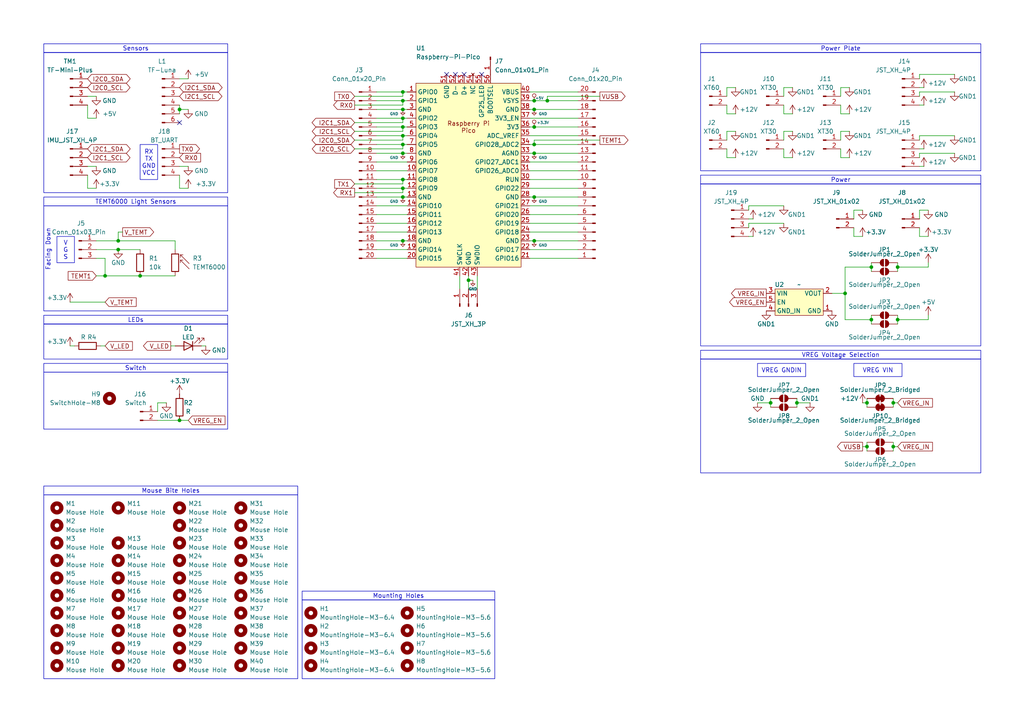
<source format=kicad_sch>
(kicad_sch (version 20231120) (generator "eeschema") (generator_version "8.0")
  (paper "A4")
  (title_block (title "Prototype") (date "2024-05-20") (rev "1.0") (company "Yikun Zhou") (comment 1 "RoboCupJunior Soccer Open - gloves"))
  (junction (at 154.94 41.91))
  (junction (at 30.48 80.01))
  (junction (at 259.08 116.84))
  (junction (at 251.46 129.54))
  (junction (at 135.89 81.28))
  (junction (at 34.29 72.39))
  (junction (at 158.75 29.21))
  (junction (at 154.94 31.75))
  (junction (at 154.94 69.85))
  (junction (at 154.94 57.15))
  (junction (at 116.84 31.75))
  (junction (at 245.11 85.09))
  (junction (at 252.73 92.71))
  (junction (at 116.84 69.85))
  (junction (at 116.84 29.21))
  (junction (at 154.94 29.21))
  (junction (at 116.84 39.37))
  (junction (at 260.35 92.71))
  (junction (at 251.46 116.84))
  (junction (at 259.08 129.54))
  (junction (at 116.84 34.29))
  (junction (at 52.07 31.75))
  (junction (at 223.52 116.84))
  (junction (at 116.84 36.83))
  (junction (at 34.29 69.85))
  (junction (at 154.94 36.83))
  (junction (at 116.84 52.07))
  (junction (at 40.64 80.01))
  (junction (at 116.84 41.91))
  (junction (at 231.14 116.84))
  (junction (at 260.35 77.47))
  (junction (at 116.84 54.61))
  (junction (at 116.84 57.15))
  (junction (at 52.07 121.92))
  (junction (at 252.73 77.47))
  (junction (at 116.84 26.67))
  (junction (at 116.84 44.45))
  (junction (at 154.94 44.45))
  (no_connect (at 132.08 21.59))
  (no_connect (at 52.07 35.56))
  (no_connect (at 134.62 21.59))
  (no_connect (at 139.7 21.59))
  (no_connect (at 129.54 21.59))
  (wire (pts (xy 154.94 69.85) (xy 167.64 69.85)))
  (wire (pts (xy 153.67 49.53) (xy 167.64 49.53)))
  (wire (pts (xy 34.29 69.85) (xy 50.8 69.85)))
  (wire (pts (xy 40.64 80.01) (xy 50.8 80.01)))
  (wire (pts (xy 154.94 36.83) (xy 167.64 36.83)))
  (wire (pts (xy 153.67 69.85) (xy 154.94 69.85)))
  (wire (pts (xy 154.94 41.91) (xy 167.64 41.91)))
  (wire (pts (xy 109.22 52.07) (xy 116.84 52.07)))
  (wire (pts (xy 167.64 62.23) (xy 153.67 62.23)))
  (wire (pts (xy 252.73 76.2) (xy 252.73 77.47)))
  (wire (pts (xy 245.11 85.09) (xy 245.11 92.71)))
  (wire (pts (xy 116.84 35.56) (xy 116.84 34.29)))
  (wire (pts (xy 260.35 91.44) (xy 260.35 92.71)))
  (wire (pts (xy 210.82 38.1) (xy 213.36 38.1)))
  (wire (pts (xy 245.11 77.47) (xy 252.73 77.47)))
  (wire (pts (xy 45.72 116.84) (xy 48.26 116.84)))
  (wire (pts (xy 267.97 43.18) (xy 266.7 43.18)))
  (wire (pts (xy 34.29 72.39) (xy 40.64 72.39)))
  (wire (pts (xy 252.73 92.71) (xy 245.11 92.71)))
  (wire (pts (xy 102.87 30.48) (xy 116.84 30.48)))
  (wire (pts (xy 116.84 36.83) (xy 118.11 36.83)))
  (wire (pts (xy 210.82 27.94) (xy 210.82 25.4)))
  (wire (pts (xy 109.22 69.85) (xy 116.84 69.85)))
  (wire (pts (xy 229.87 45.72) (xy 227.33 45.72)))
  (wire (pts (xy 116.84 27.94) (xy 116.84 26.67)))
  (wire (pts (xy 251.46 128.27) (xy 251.46 129.54)))
  (wire (pts (xy 154.94 41.91) (xy 154.94 40.64)))
  (wire (pts (xy 167.64 67.31) (xy 153.67 67.31)))
  (wire (pts (xy 116.84 52.07) (xy 118.11 52.07)))
  (wire (pts (xy 109.22 26.67) (xy 116.84 26.67)))
  (wire (pts (xy 50.8 69.85) (xy 50.8 72.39)))
  (wire (pts (xy 231.14 116.84) (xy 231.14 115.57)))
  (wire (pts (xy 259.08 116.84) (xy 259.08 115.57)))
  (wire (pts (xy 251.46 129.54) (xy 251.46 130.81)))
  (wire (pts (xy 109.22 72.39) (xy 118.11 72.39)))
  (wire (pts (xy 243.84 38.1) (xy 246.38 38.1)))
  (wire (pts (xy 266.7 22.86) (xy 266.7 21.59)))
  (wire (pts (xy 154.94 29.21) (xy 158.75 29.21)))
  (wire (pts (xy 251.46 115.57) (xy 251.46 116.84)))
  (wire (pts (xy 252.73 77.47) (xy 252.73 78.74)))
  (wire (pts (xy 116.84 53.34) (xy 116.84 52.07)))
  (wire (pts (xy 109.22 39.37) (xy 116.84 39.37)))
  (wire (pts (xy 133.35 80.01) (xy 133.35 83.82)))
  (wire (pts (xy 243.84 25.4) (xy 246.38 25.4)))
  (wire (pts (xy 167.64 59.69) (xy 153.67 59.69)))
  (wire (pts (xy 34.29 67.31) (xy 34.29 69.85)))
  (wire (pts (xy 218.44 63.5) (xy 217.17 63.5)))
  (wire (pts (xy 34.29 67.31) (xy 35.56 67.31)))
  (wire (pts (xy 243.84 33.02) (xy 243.84 30.48)))
  (wire (pts (xy 102.87 38.1) (xy 116.84 38.1)))
  (wire (pts (xy 109.22 64.77) (xy 118.11 64.77)))
  (wire (pts (xy 247.65 60.96) (xy 250.19 60.96)))
  (wire (pts (xy 29.21 100.33) (xy 30.48 100.33)))
  (wire (pts (xy 138.43 80.01) (xy 138.43 83.82)))
  (wire (pts (xy 227.33 40.64) (xy 227.33 38.1)))
  (wire (pts (xy 227.33 27.94) (xy 227.33 25.4)))
  (wire (pts (xy 116.84 26.67) (xy 118.11 26.67)))
  (wire (pts (xy 153.67 41.91) (xy 154.94 41.91)))
  (wire (pts (xy 116.84 43.18) (xy 116.84 41.91)))
  (wire (pts (xy 234.95 116.84) (xy 231.14 116.84)))
  (wire (pts (xy 246.38 33.02) (xy 243.84 33.02)))
  (wire (pts (xy 52.07 31.75) (xy 52.07 30.48)))
  (wire (pts (xy 25.4 34.29) (xy 27.94 34.29)))
  (wire (pts (xy 25.4 27.94) (xy 27.94 27.94)))
  (wire (pts (xy 30.48 80.01) (xy 40.64 80.01)))
  (wire (pts (xy 116.84 30.48) (xy 116.84 29.21)))
  (wire (pts (xy 167.64 52.07) (xy 153.67 52.07)))
  (wire (pts (xy 116.84 40.64) (xy 116.84 39.37)))
  (wire (pts (xy 223.52 116.84) (xy 223.52 118.11)))
  (wire (pts (xy 27.94 72.39) (xy 34.29 72.39)))
  (wire (pts (xy 245.11 77.47) (xy 245.11 85.09)))
  (wire (pts (xy 217.17 60.96) (xy 217.17 59.69)))
  (wire (pts (xy 266.7 40.64) (xy 266.7 39.37)))
  (wire (pts (xy 153.67 44.45) (xy 154.94 44.45)))
  (wire (pts (xy 109.22 57.15) (xy 116.84 57.15)))
  (wire (pts (xy 227.33 45.72) (xy 227.33 43.18)))
  (wire (pts (xy 153.67 46.99) (xy 167.64 46.99)))
  (wire (pts (xy 116.84 54.61) (xy 118.11 54.61)))
  (wire (pts (xy 109.22 54.61) (xy 116.84 54.61)))
  (wire (pts (xy 266.7 30.48) (xy 267.97 30.48)))
  (wire (pts (xy 167.64 31.75) (xy 154.94 31.75)))
  (wire (pts (xy 167.64 54.61) (xy 153.67 54.61)))
  (wire (pts (xy 21.59 100.33) (xy 20.32 100.33)))
  (wire (pts (xy 217.17 59.69) (xy 227.33 59.69)))
  (wire (pts (xy 102.87 40.64) (xy 116.84 40.64)))
  (wire (pts (xy 243.84 43.18) (xy 243.84 45.72)))
  (wire (pts (xy 269.24 68.58) (xy 266.7 68.58)))
  (wire (pts (xy 52.07 48.26) (xy 54.61 48.26)))
  (wire (pts (xy 227.33 33.02) (xy 227.33 30.48)))
  (wire (pts (xy 210.82 40.64) (xy 210.82 38.1)))
  (wire (pts (xy 260.35 92.71) (xy 260.35 93.98)))
  (wire (pts (xy 109.22 36.83) (xy 116.84 36.83)))
  (wire (pts (xy 116.84 44.45) (xy 118.11 44.45)))
  (wire (pts (xy 52.07 31.75) (xy 54.61 31.75)))
  (wire (pts (xy 116.84 41.91) (xy 118.11 41.91)))
  (wire (pts (xy 243.84 45.72) (xy 246.38 45.72)))
  (wire (pts (xy 266.7 26.67) (xy 266.7 27.94)))
  (wire (pts (xy 219.71 116.84) (xy 223.52 116.84)))
  (wire (pts (xy 167.64 26.67) (xy 153.67 26.67)))
  (wire (pts (xy 52.07 121.92) (xy 45.72 121.92)))
  (wire (pts (xy 260.35 129.54) (xy 259.08 129.54)))
  (wire (pts (xy 54.61 54.61) (xy 52.07 54.61)))
  (wire (pts (xy 154.94 31.75) (xy 153.67 31.75)))
  (wire (pts (xy 109.22 31.75) (xy 116.84 31.75)))
  (wire (pts (xy 27.94 69.85) (xy 34.29 69.85)))
  (wire (pts (xy 116.84 34.29) (xy 118.11 34.29)))
  (wire (pts (xy 269.24 77.47) (xy 269.24 76.2)))
  (wire (pts (xy 167.64 72.39) (xy 153.67 72.39)))
  (wire (pts (xy 269.24 92.71) (xy 269.24 91.44)))
  (wire (pts (xy 109.22 49.53) (xy 118.11 49.53)))
  (wire (pts (xy 251.46 116.84) (xy 251.46 118.11)))
  (wire (pts (xy 266.7 60.96) (xy 269.24 60.96)))
  (wire (pts (xy 210.82 45.72) (xy 210.82 43.18)))
  (wire (pts (xy 102.87 27.94) (xy 116.84 27.94)))
  (wire (pts (xy 260.35 92.71) (xy 269.24 92.71)))
  (wire (pts (xy 167.64 34.29) (xy 153.67 34.29)))
  (wire (pts (xy 259.08 130.81) (xy 259.08 129.54)))
  (wire (pts (xy 109.22 67.31) (xy 118.11 67.31)))
  (wire (pts (xy 217.17 64.77) (xy 217.17 66.04)))
  (wire (pts (xy 109.22 59.69) (xy 118.11 59.69)))
  (wire (pts (xy 45.72 119.38) (xy 45.72 116.84)))
  (wire (pts (xy 109.22 46.99) (xy 118.11 46.99)))
  (wire (pts (xy 167.64 64.77) (xy 153.67 64.77)))
  (wire (pts (xy 158.75 27.94) (xy 158.75 29.21)))
  (wire (pts (xy 135.89 80.01) (xy 135.89 81.28)))
  (wire (pts (xy 116.84 69.85) (xy 118.11 69.85)))
  (wire (pts (xy 116.84 57.15) (xy 118.11 57.15)))
  (wire (pts (xy 260.35 77.47) (xy 260.35 78.74)))
  (wire (pts (xy 102.87 43.18) (xy 116.84 43.18)))
  (wire (pts (xy 267.97 25.4) (xy 266.7 25.4)))
  (wire (pts (xy 116.84 29.21) (xy 118.11 29.21)))
  (wire (pts (xy 223.52 115.57) (xy 223.52 116.84)))
  (wire (pts (xy 135.89 81.28) (xy 137.16 81.28)))
  (wire (pts (xy 231.14 118.11) (xy 231.14 116.84)))
  (wire (pts (xy 30.48 74.93) (xy 30.48 80.01)))
  (wire (pts (xy 259.08 118.11) (xy 259.08 116.84)))
  (wire (pts (xy 266.7 68.58) (xy 266.7 66.04)))
  (wire (pts (xy 154.94 44.45) (xy 167.64 44.45)))
  (wire (pts (xy 109.22 34.29) (xy 116.84 34.29)))
  (wire (pts (xy 260.35 116.84) (xy 259.08 116.84)))
  (wire (pts (xy 30.48 74.93) (xy 27.94 74.93)))
  (wire (pts (xy 266.7 21.59) (xy 276.86 21.59)))
  (wire (pts (xy 154.94 40.64) (xy 173.99 40.64)))
  (wire (pts (xy 158.75 29.21) (xy 167.64 29.21)))
  (wire (pts (xy 116.84 55.88) (xy 116.84 54.61)))
  (wire (pts (xy 266.7 44.45) (xy 266.7 45.72)))
  (wire (pts (xy 109.22 41.91) (xy 116.84 41.91)))
  (wire (pts (xy 102.87 35.56) (xy 116.84 35.56)))
  (wire (pts (xy 102.87 55.88) (xy 116.84 55.88)))
  (wire (pts (xy 153.67 29.21) (xy 154.94 29.21)))
  (wire (pts (xy 266.7 39.37) (xy 276.86 39.37)))
  (wire (pts (xy 247.65 68.58) (xy 247.65 66.04)))
  (wire (pts (xy 52.07 54.61) (xy 52.07 50.8)))
  (wire (pts (xy 52.07 22.86) (xy 54.61 22.86)))
  (wire (pts (xy 227.33 25.4) (xy 229.87 25.4)))
  (wire (pts (xy 252.73 92.71) (xy 252.73 93.98)))
  (wire (pts (xy 116.84 38.1) (xy 116.84 36.83)))
  (wire (pts (xy 109.22 62.23) (xy 118.11 62.23)))
  (wire (pts (xy 250.19 129.54) (xy 251.46 129.54)))
  (wire (pts (xy 167.64 39.37) (xy 153.67 39.37)))
  (wire (pts (xy 116.84 31.75) (xy 118.11 31.75)))
  (wire (pts (xy 213.36 33.02) (xy 210.82 33.02)))
  (wire (pts (xy 25.4 48.26) (xy 27.94 48.26)))
  (wire (pts (xy 54.61 121.92) (xy 52.07 121.92)))
  (wire (pts (xy 243.84 27.94) (xy 243.84 25.4)))
  (wire (pts (xy 27.94 80.01) (xy 30.48 80.01)))
  (wire (pts (xy 167.64 74.93) (xy 153.67 74.93)))
  (wire (pts (xy 109.22 74.93) (xy 118.11 74.93)))
  (wire (pts (xy 210.82 33.02) (xy 210.82 30.48)))
  (wire (pts (xy 266.7 60.96) (xy 266.7 63.5)))
  (wire (pts (xy 243.84 40.64) (xy 243.84 38.1)))
  (wire (pts (xy 25.4 34.29) (xy 25.4 30.48)))
  (wire (pts (xy 241.3 85.09) (xy 245.11 85.09)))
  (wire (pts (xy 102.87 53.34) (xy 116.84 53.34)))
  (wire (pts (xy 25.4 54.61) (xy 25.4 50.8)))
  (wire (pts (xy 173.99 27.94) (xy 158.75 27.94)))
  (wire (pts (xy 259.08 129.54) (xy 259.08 128.27)))
  (wire (pts (xy 116.84 39.37) (xy 118.11 39.37)))
  (wire (pts (xy 210.82 25.4) (xy 213.36 25.4)))
  (wire (pts (xy 213.36 45.72) (xy 210.82 45.72)))
  (wire (pts (xy 49.53 100.33) (xy 50.8 100.33)))
  (wire (pts (xy 252.73 91.44) (xy 252.73 92.71)))
  (wire (pts (xy 25.4 54.61) (xy 27.94 54.61)))
  (wire (pts (xy 229.87 33.02) (xy 227.33 33.02)))
  (wire (pts (xy 266.7 26.67) (xy 276.86 26.67)))
  (wire (pts (xy 227.33 38.1) (xy 229.87 38.1)))
  (wire (pts (xy 266.7 48.26) (xy 267.97 48.26)))
  (wire (pts (xy 109.22 29.21) (xy 116.84 29.21)))
  (wire (pts (xy 266.7 44.45) (xy 276.86 44.45)))
  (wire (pts (xy 109.22 44.45) (xy 116.84 44.45)))
  (wire (pts (xy 59.69 100.33) (xy 58.42 100.33)))
  (wire (pts (xy 52.07 33.02) (xy 52.07 31.75)))
  (wire (pts (xy 217.17 68.58) (xy 218.44 68.58)))
  (wire (pts (xy 154.94 36.83) (xy 153.67 36.83)))
  (wire (pts (xy 247.65 60.96) (xy 247.65 63.5)))
  (wire (pts (xy 154.94 57.15) (xy 153.67 57.15)))
  (wire (pts (xy 217.17 64.77) (xy 227.33 64.77)))
  (wire (pts (xy 260.35 76.2) (xy 260.35 77.47)))
  (wire (pts (xy 167.64 57.15) (xy 154.94 57.15)))
  (wire (pts (xy 135.89 81.28) (xy 135.89 83.82)))
  (wire (pts (xy 20.32 87.63) (xy 30.48 87.63)))
  (wire (pts (xy 250.19 116.84) (xy 251.46 116.84)))
  (wire (pts (xy 247.65 68.58) (xy 250.19 68.58)))
  (wire (pts (xy 260.35 77.47) (xy 269.24 77.47)))
  (rectangle (start 203.2 53.34) (end 284.48 100.33))
  (rectangle (start 12.7 59.69) (end 66.04 90.17))
  (rectangle (start 203.2 104.14) (end 284.48 137.16))
  (rectangle (start 203.2 15.24) (end 284.48 49.53))
  (rectangle (start 12.7 15.24) (end 66.04 55.88))
  (rectangle (start 12.7 107.95) (end 66.04 124.46))
  (rectangle (start 87.63 173.99) (end 143.51 196.85))
  (rectangle (start 12.7 93.98) (end 66.04 104.14))
  (rectangle (start 12.7 143.51) (end 86.36 196.85))
  (text_box "Switch" (at 12.7 105.41 0) (size 53.34 2.54) (effects (font (size 1.27 1.27))))
  (text_box "VREG Voltage Selection" (at 203.2 101.6 0) (size 81.28 2.54) (effects (font (size 1.27 1.27))))
  (text_box "VREG GNDIN" (at 219.71 105.41 0) (size 13.97 3.81) (effects (font (size 1.27 1.27))))
  (text_box "LEDs" (at 12.7 91.44 0) (size 53.34 2.54) (effects (font (size 1.27 1.27))))
  (text_box "VREG VIN" (at 247.65 105.41 0) (size 13.97 3.81) (effects (font (size 1.27 1.27))))
  (text_box "Mounting Holes" (at 87.63 171.45 0) (size 55.88 2.54) (effects (font (size 1.27 1.27))))
  (text_box "RX\nTX\nGND\nVCC" (at 40.64 41.91 0) (size 5.08 10.16) (effects (font (size 1.27 1.27))))
  (text_box "Mouse Bite Holes" (at 12.7 140.97 0) (size 73.66 2.54) (effects (font (size 1.27 1.27))))
  (text_box "Power Plate" (at 203.2 12.7 0) (size 81.28 2.54) (effects (font (size 1.27 1.27))))
  (text_box "V\nG\nS" (at 16.51 68.58 0) (size 5.08 7.62) (effects (font (size 1.27 1.27))))
  (text_box "Sensors" (at 12.7 12.7 0) (size 53.34 2.54) (effects (font (size 1.27 1.27))))
  (text_box "Power" (at 203.2 50.8 0) (size 81.28 2.54) (effects (font (size 1.27 1.27))))
  (text_box "TEMT6000 Light Sensors" (at 12.7 57.15 0) (size 53.34 2.54) (effects (font (size 1.27 1.27))))
  (text "Facing Down" (at 13.97 72.39 90) (effects (font (size 1.27 1.27))))
  (global_label "I2C1_SDA" (shape bidirectional) (at 102.87 35.56 180) (property "Intersheetrefs" "${INTERSHEET_REFS}" (effects (hide yes))))
  (global_label "I2C0_SDA" (shape bidirectional) (at 102.87 40.64 180) (property "Intersheetrefs" "${INTERSHEET_REFS}" (effects (hide yes))))
  (global_label "I2C1_SDA" (shape bidirectional) (at 52.07 25.4 0) (property "Intersheetrefs" "${INTERSHEET_REFS}" (effects (hide yes))))
  (global_label "I2C0_SDA" (shape bidirectional) (at 25.4 22.86 0) (property "Intersheetrefs" "${INTERSHEET_REFS}" (effects (hide yes))))
  (global_label "I2C0_SCL" (shape bidirectional) (at 25.4 25.4 0) (property "Intersheetrefs" "${INTERSHEET_REFS}" (effects (hide yes))))
  (global_label "TX0" (shape input) (at 102.87 27.94 180) (property "Intersheetrefs" "${INTERSHEET_REFS}" (effects (hide yes))))
  (global_label "RX1" (shape output) (at 102.87 55.88 180) (property "Intersheetrefs" "${INTERSHEET_REFS}" (effects (hide yes))))
  (global_label "V_LED" (shape output) (at 49.53 100.33 180) (property "Intersheetrefs" "${INTERSHEET_REFS}" (effects (hide yes))))
  (global_label "V_LED" (shape input) (at 30.48 100.33 0) (property "Intersheetrefs" "${INTERSHEET_REFS}" (effects (hide yes))))
  (global_label "I2C1_SCL" (shape bidirectional) (at 25.4 45.72 0) (property "Intersheetrefs" "${INTERSHEET_REFS}" (effects (hide yes))))
  (global_label "VUSB" (shape output) (at 250.19 129.54 180) (property "Intersheetrefs" "${INTERSHEET_REFS}" (effects (hide yes))))
  (global_label "TX0" (shape output) (at 52.07 43.18 0) (property "Intersheetrefs" "${INTERSHEET_REFS}" (effects (hide yes))))
  (global_label "RX0" (shape output) (at 102.87 30.48 180) (property "Intersheetrefs" "${INTERSHEET_REFS}" (effects (hide yes))))
  (global_label "V_TEMT" (shape output) (at 35.56 67.31 0) (property "Intersheetrefs" "${INTERSHEET_REFS}" (effects (hide yes))))
  (global_label "VREG_IN" (shape output) (at 222.25 85.09 180) (property "Intersheetrefs" "${INTERSHEET_REFS}" (effects (hide yes))))
  (global_label "RX0" (shape input) (at 52.07 45.72 0) (property "Intersheetrefs" "${INTERSHEET_REFS}" (effects (hide yes))))
  (global_label "V_TEMT" (shape input) (at 30.48 87.63 0) (property "Intersheetrefs" "${INTERSHEET_REFS}" (effects (hide yes))))
  (global_label "I2C1_SCL" (shape bidirectional) (at 52.07 27.94 0) (property "Intersheetrefs" "${INTERSHEET_REFS}" (effects (hide yes))))
  (global_label "TX1" (shape input) (at 102.87 53.34 180) (property "Intersheetrefs" "${INTERSHEET_REFS}" (effects (hide yes))))
  (global_label "I2C1_SCL" (shape bidirectional) (at 102.87 38.1 180) (property "Intersheetrefs" "${INTERSHEET_REFS}" (effects (hide yes))))
  (global_label "VUSB" (shape output) (at 173.99 27.94 0) (property "Intersheetrefs" "${INTERSHEET_REFS}" (effects (hide yes))))
  (global_label "VREG_IN" (shape input) (at 260.35 116.84 0) (property "Intersheetrefs" "${INTERSHEET_REFS}" (effects (hide yes))))
  (global_label "VREG_EN" (shape input) (at 54.61 121.92 0) (property "Intersheetrefs" "${INTERSHEET_REFS}" (effects (hide yes))))
  (global_label "I2C1_SDA" (shape bidirectional) (at 25.4 43.18 0) (property "Intersheetrefs" "${INTERSHEET_REFS}" (effects (hide yes))))
  (global_label "TEMT1" (shape input) (at 27.94 80.01 180) (property "Intersheetrefs" "${INTERSHEET_REFS}" (effects (hide yes))))
  (global_label "I2C0_SCL" (shape bidirectional) (at 102.87 43.18 180) (property "Intersheetrefs" "${INTERSHEET_REFS}" (effects (hide yes))))
  (global_label "VREG_IN" (shape input) (at 260.35 129.54 0) (property "Intersheetrefs" "${INTERSHEET_REFS}" (effects (hide yes))))
  (global_label "TEMT1" (shape output) (at 173.99 40.64 0) (property "Intersheetrefs" "${INTERSHEET_REFS}" (effects (hide yes))))
  (global_label "VREG_EN" (shape output) (at 222.25 87.63 180) (property "Intersheetrefs" "${INTERSHEET_REFS}" (effects (hide yes))))
  (symbol (lib_id "Mechanical:MountingHole") (at 16.51 157.48 0) (unit 1) (exclude_from_sim yes) (in_bom no)
    (property "Reference" "M3" (at 19.05 156.2099 0) (effects (justify left)))
    (property "Value" "Mouse Hole" (at 19.05 158.7499 0) (effects (justify left)))
    (property "Footprint" "PorridgePi-Personal:Small Hole" (effects (hide yes)))
    (property "Description" "Mounting Hole without connection" (effects (hide yes)))
  )
  (symbol (lib_id "Mechanical:MountingHole") (at 69.85 172.72 0) (unit 1) (exclude_from_sim yes) (in_bom no)
    (property "Reference" "M36" (at 72.39 171.4499 0) (effects (justify left)))
    (property "Value" "Mouse Hole" (at 72.39 173.9899 0) (effects (justify left)))
    (property "Footprint" "PorridgePi-Personal:Small Hole" (effects (hide yes)))
    (property "Description" "Mounting Hole without connection" (effects (hide yes)))
  )
  (symbol (lib_id "Connector:Conn_01x02_Pin") (at 205.74 27.94 0) (unit 1)
    (property "Reference" "J1" (at 206.375 22.86 0))
    (property "Value" "XT60" (at 206.375 25.4 0))
    (property "Footprint" "Connector_AMASS:AMASS_XT60-M_1x02_P7.20mm_Vertical" (effects (hide yes)))
    (property "Description" "Generic connector, single row, 01x02, script generated" (effects (hide yes)))
  )
  (symbol (lib_id "power:GND1") (at 213.36 38.1 0) (unit 1)
    (property "Reference" "#PWR014" (effects (hide yes)))
    (property "Value" "GND1" (at 217.17 39.37 0))
    (property "Description" "Power symbol creates a global label with name \"GND1\" , ground" (effects (hide yes)))
  )
  (symbol (lib_id "Mechanical:MountingHole") (at 69.85 187.96 0) (unit 1) (exclude_from_sim yes) (in_bom no)
    (property "Reference" "M39" (at 72.39 186.6899 0) (effects (justify left)))
    (property "Value" "Mouse Hole" (at 72.39 189.2299 0) (effects (justify left)))
    (property "Footprint" "PorridgePi-Personal:Small Hole" (effects (hide yes)))
    (property "Description" "Mounting Hole without connection" (effects (hide yes)))
  )
  (symbol (lib_id "Jumper:SolderJumper_2_Open") (at 227.33 115.57 0) (unit 1) (exclude_from_sim yes) (in_bom no)
    (property "Reference" "JP7" (at 227.33 111.76 0))
    (property "Value" "SolderJumper_2_Open" (at 227.33 113.03 0))
    (property "Footprint" "Jumper:SolderJumper-2_P1.3mm_Open_TrianglePad1.0x1.5mm" (effects (hide yes)))
    (property "Description" "Solder Jumper, 2-pole, open" (effects (hide yes)))
  )
  (symbol (lib_id "Mechanical:MountingHole") (at 16.51 167.64 0) (unit 1) (exclude_from_sim yes) (in_bom no)
    (property "Reference" "M5" (at 19.05 166.3699 0) (effects (justify left)))
    (property "Value" "Mouse Hole" (at 19.05 168.9099 0) (effects (justify left)))
    (property "Footprint" "PorridgePi-Personal:Small Hole" (effects (hide yes)))
    (property "Description" "Mounting Hole without connection" (effects (hide yes)))
  )
  (symbol (lib_id "Jumper:SolderJumper_2_Open") (at 256.54 93.98 0) (unit 1) (exclude_from_sim yes) (in_bom no)
    (property "Reference" "JP4" (at 256.54 96.52 0))
    (property "Value" "SolderJumper_2_Open" (at 256.54 97.79 0))
    (property "Footprint" "Jumper:SolderJumper-2_P1.3mm_Open_TrianglePad1.0x1.5mm" (effects (hide yes)))
    (property "Description" "Solder Jumper, 2-pole, open" (effects (hide yes)))
  )
  (symbol (lib_id "Mechanical:MountingHole") (at 34.29 172.72 0) (unit 1) (exclude_from_sim yes) (in_bom no)
    (property "Reference" "M16" (at 36.83 171.4499 0) (effects (justify left)))
    (property "Value" "Mouse Hole" (at 36.83 173.9899 0) (effects (justify left)))
    (property "Footprint" "PorridgePi-Personal:Small Hole" (effects (hide yes)))
    (property "Description" "Mounting Hole without connection" (effects (hide yes)))
  )
  (symbol (lib_name "GND_8") (lib_id "keyboard_parts:GND") (at 154.94 69.85 0) (unit 1)
    (property "Reference" "#PWR09" (effects (hide yes)))
    (property "Value" "GND" (at 157.48 71.12 0) (effects (font (size 0.762 0.762))))
  )
  (symbol (lib_name "+3.3V_1") (lib_id "power:+3.3V") (at 52.07 114.3 0) (unit 1)
    (property "Reference" "#PWR045" (effects (hide yes)))
    (property "Value" "+3.3V" (at 52.07 110.49 0))
    (property "Description" "Power symbol creates a global label with name \"+3.3V\"" (effects (hide yes)))
  )
  (symbol (lib_id "Mechanical:MountingHole") (at 31.75 115.57 180) (unit 1) (exclude_from_sim yes) (in_bom no)
    (property "Reference" "H9" (at 29.21 114.3 0) (effects (justify left)))
    (property "Value" "SwitchHole-M8" (at 29.21 116.84 0) (effects (justify left)))
    (property "Footprint" "MountingHole:MountingHole_8.4mm_M8_Pad" (effects (hide yes)))
    (property "Description" "Mounting Hole without connection" (effects (hide yes)))
  )
  (symbol (lib_id "power:+3.3V") (at 269.24 68.58 0) (unit 1)
    (property "Reference" "#PWR019" (effects (hide yes)))
    (property "Value" "+3.3V" (at 273.05 67.31 0))
  )
  (symbol (lib_id "keyboard_parts:+3V3") (at 154.94 36.83 0) (unit 1)
    (property "Reference" "#PWR01" (effects (hide yes)))
    (property "Value" "+3.3V" (at 157.48 35.56 0) (effects (font (size 0.762 0.762))))
  )
  (symbol (lib_id "Mechanical:MountingHole") (at 52.07 162.56 0) (unit 1) (exclude_from_sim yes) (in_bom no)
    (property "Reference" "M24" (at 54.61 161.2899 0) (effects (justify left)))
    (property "Value" "Mouse Hole" (at 54.61 163.8299 0) (effects (justify left)))
    (property "Footprint" "PorridgePi-Personal:Small Hole" (effects (hide yes)))
    (property "Description" "Mounting Hole without connection" (effects (hide yes)))
  )
  (symbol (lib_id "Mechanical:MountingHole") (at 69.85 182.88 0) (unit 1) (exclude_from_sim yes) (in_bom no)
    (property "Reference" "M38" (at 72.39 181.6099 0) (effects (justify left)))
    (property "Value" "Mouse Hole" (at 72.39 184.1499 0) (effects (justify left)))
    (property "Footprint" "PorridgePi-Personal:Small Hole" (effects (hide yes)))
    (property "Description" "Mounting Hole without connection" (effects (hide yes)))
  )
  (symbol (lib_id "power:GND1") (at 276.86 21.59 0) (unit 1)
    (property "Reference" "#PWR031" (effects (hide yes)))
    (property "Value" "GND1" (at 280.67 22.86 0))
    (property "Description" "Power symbol creates a global label with name \"GND1\" , ground" (effects (hide yes)))
  )
  (symbol (lib_id "Mechanical:MountingHole") (at 90.17 177.8 0) (unit 1) (exclude_from_sim yes) (in_bom no)
    (property "Reference" "H1" (at 92.71 176.5299 0) (effects (justify left)))
    (property "Value" "MountingHole-M3-6.4" (at 92.71 179.0699 0) (effects (justify left)))
    (property "Footprint" "MountingHole:MountingHole_3.2mm_M3_Pad" (effects (hide yes)))
    (property "Description" "Mounting Hole without connection" (effects (hide yes)))
  )
  (symbol (lib_id "Mechanical:MountingHole") (at 52.07 152.4 0) (unit 1) (exclude_from_sim yes) (in_bom no)
    (property "Reference" "M22" (at 54.61 151.1299 0) (effects (justify left)))
    (property "Value" "Mouse Hole" (at 54.61 153.6699 0) (effects (justify left)))
    (property "Footprint" "PorridgePi-Personal:Small Hole" (effects (hide yes)))
    (property "Description" "Mounting Hole without connection" (effects (hide yes)))
  )
  (symbol (lib_id "power:GND") (at 219.71 116.84 0) (unit 1)
    (property "Reference" "#PWR060" (effects (hide yes)))
    (property "Value" "GND" (at 219.71 115.57 0))
  )
  (symbol (lib_id "power:+3.3V") (at 20.32 87.63 0) (unit 1)
    (property "Reference" "#PWR017" (effects (hide yes)))
    (property "Value" "+3.3V" (at 16.51 86.36 0))
  )
  (symbol (lib_id "Mechanical:MountingHole") (at 69.85 157.48 0) (unit 1) (exclude_from_sim yes) (in_bom no)
    (property "Reference" "M33" (at 72.39 156.2099 0) (effects (justify left)))
    (property "Value" "Mouse Hole" (at 72.39 158.7499 0) (effects (justify left)))
    (property "Footprint" "PorridgePi-Personal:Small Hole" (effects (hide yes)))
    (property "Description" "Mounting Hole without connection" (effects (hide yes)))
  )
  (symbol (lib_id "power:GND1") (at 54.61 48.26 0) (unit 1)
    (property "Reference" "#PWR053" (effects (hide yes)))
    (property "Value" "GND" (at 58.42 49.53 0))
    (property "Description" "Power symbol creates a global label with name \"GND1\" , ground" (effects (hide yes)))
  )
  (symbol (lib_id "Mechanical:MountingHole") (at 52.07 193.04 0) (unit 1) (exclude_from_sim yes) (in_bom no)
    (property "Reference" "M30" (at 54.61 191.7699 0) (effects (justify left)))
    (property "Value" "Mouse Hole" (at 54.61 194.3099 0) (effects (justify left)))
    (property "Footprint" "PorridgePi-Personal:Small Hole" (effects (hide yes)))
    (property "Description" "Mounting Hole without connection" (effects (hide yes)))
  )
  (symbol (lib_id "Mechanical:MountingHole") (at 16.51 187.96 0) (unit 1) (exclude_from_sim yes) (in_bom no)
    (property "Reference" "M9" (at 19.05 186.6899 0) (effects (justify left)))
    (property "Value" "Mouse Hole" (at 19.05 189.2299 0) (effects (justify left)))
    (property "Footprint" "PorridgePi-Personal:Small Hole" (effects (hide yes)))
    (property "Description" "Mounting Hole without connection" (effects (hide yes)))
  )
  (symbol (lib_id "Mechanical:MountingHole") (at 52.07 187.96 0) (unit 1) (exclude_from_sim yes) (in_bom no)
    (property "Reference" "M29" (at 54.61 186.6899 0) (effects (justify left)))
    (property "Value" "Mouse Hole" (at 54.61 189.2299 0) (effects (justify left)))
    (property "Footprint" "PorridgePi-Personal:Small Hole" (effects (hide yes)))
    (property "Description" "Mounting Hole without connection" (effects (hide yes)))
  )
  (symbol (lib_id "power:GND") (at 241.3 90.17 0) (unit 1)
    (property "Reference" "#PWR043" (effects (hide yes)))
    (property "Value" "GND" (at 241.3 93.98 0))
  )
  (symbol (lib_id "Mechanical:MountingHole") (at 16.51 182.88 0) (unit 1) (exclude_from_sim yes) (in_bom no)
    (property "Reference" "M8" (at 19.05 181.6099 0) (effects (justify left)))
    (property "Value" "Mouse Hole" (at 19.05 184.1499 0) (effects (justify left)))
    (property "Footprint" "PorridgePi-Personal:Small Hole" (effects (hide yes)))
    (property "Description" "Mounting Hole without connection" (effects (hide yes)))
  )
  (symbol (lib_id "Mechanical:MountingHole") (at 34.29 157.48 0) (unit 1) (exclude_from_sim yes) (in_bom no)
    (property "Reference" "M13" (at 36.83 156.2099 0) (effects (justify left)))
    (property "Value" "Mouse Hole" (at 36.83 158.7499 0) (effects (justify left)))
    (property "Footprint" "PorridgePi-Personal:Small Hole" (effects (hide yes)))
    (property "Description" "Mounting Hole without connection" (effects (hide yes)))
  )
  (symbol (lib_id "Mechanical:MountingHole") (at 52.07 177.8 0) (unit 1) (exclude_from_sim yes) (in_bom no)
    (property "Reference" "M27" (at 54.61 176.5299 0) (effects (justify left)))
    (property "Value" "Mouse Hole" (at 54.61 179.0699 0) (effects (justify left)))
    (property "Footprint" "PorridgePi-Personal:Small Hole" (effects (hide yes)))
    (property "Description" "Mounting Hole without connection" (effects (hide yes)))
  )
  (symbol (lib_id "power:+12V") (at 267.97 30.48 0) (unit 1)
    (property "Reference" "#PWR033" (effects (hide yes)))
    (property "Value" "+12V" (at 271.78 29.21 0))
    (property "Description" "Power symbol creates a global label with name \"+12V\"" (effects (hide yes)))
  )
  (symbol (lib_id "power:GND1") (at 276.86 39.37 0) (unit 1)
    (property "Reference" "#PWR037" (effects (hide yes)))
    (property "Value" "GND1" (at 280.67 40.64 0))
    (property "Description" "Power symbol creates a global label with name \"GND1\" , ground" (effects (hide yes)))
  )
  (symbol (lib_name "+5V_1") (lib_id "power:+5V") (at 269.24 91.44 0) (unit 1)
    (property "Reference" "#PWR054" (effects (hide yes)))
    (property "Value" "+5V" (at 269.24 87.63 0))
    (property "Description" "Power symbol creates a global label with name \"+5V\"" (effects (hide yes)))
  )
  (symbol (lib_id "power:GND1") (at 229.87 25.4 0) (unit 1)
    (property "Reference" "#PWR023" (effects (hide yes)))
    (property "Value" "GND1" (at 233.68 26.67 0))
    (property "Description" "Power symbol creates a global label with name \"GND1\" , ground" (effects (hide yes)))
  )
  (symbol (lib_id "power:+12V") (at 246.38 45.72 0) (unit 1)
    (property "Reference" "#PWR030" (effects (hide yes)))
    (property "Value" "+12V" (at 250.19 44.45 0))
    (property "Description" "Power symbol creates a global label with name \"+12V\"" (effects (hide yes)))
  )
  (symbol (lib_id "power:+3.3V") (at 54.61 54.61 0) (unit 1)
    (property "Reference" "#PWR052" (effects (hide yes)))
    (property "Value" "+3.3V" (at 59.69 53.34 0))
  )
  (symbol (lib_id "power:+3.3V") (at 269.24 76.2 0) (unit 1)
    (property "Reference" "#PWR042" (effects (hide yes)))
    (property "Value" "+3.3V" (at 269.24 72.39 0))
  )
  (symbol (lib_id "Jumper:SolderJumper_2_Open") (at 256.54 91.44 0) (unit 1) (exclude_from_sim yes) (in_bom no)
    (property "Reference" "JP3" (at 256.54 87.63 0))
    (property "Value" "SolderJumper_2_Open" (at 256.54 88.9 0))
    (property "Footprint" "Jumper:SolderJumper-2_P1.3mm_Open_TrianglePad1.0x1.5mm" (effects (hide yes)))
    (property "Description" "Solder Jumper, 2-pole, open" (effects (hide yes)))
  )
  (symbol (lib_id "power:GND1") (at 246.38 38.1 0) (unit 1)
    (property "Reference" "#PWR029" (effects (hide yes)))
    (property "Value" "GND1" (at 250.19 39.37 0))
    (property "Description" "Power symbol creates a global label with name \"GND1\" , ground" (effects (hide yes)))
  )
  (symbol (lib_id "Mechanical:MountingHole") (at 69.85 193.04 0) (unit 1) (exclude_from_sim yes) (in_bom no)
    (property "Reference" "M40" (at 72.39 191.7699 0) (effects (justify left)))
    (property "Value" "Mouse Hole" (at 72.39 194.3099 0) (effects (justify left)))
    (property "Footprint" "PorridgePi-Personal:Small Hole" (effects (hide yes)))
    (property "Description" "Mounting Hole without connection" (effects (hide yes)))
  )
  (symbol (lib_id "power:+3.3V") (at 20.32 100.33 0) (unit 1)
    (property "Reference" "#PWR022" (effects (hide yes)))
    (property "Value" "+3.3V" (at 16.51 99.06 0))
  )
  (symbol (lib_name "GND_8") (lib_id "keyboard_parts:GND") (at 116.84 57.15 0) (unit 1)
    (property "Reference" "#PWR07" (effects (hide yes)))
    (property "Value" "GND" (at 114.3 58.42 0) (effects (font (size 0.762 0.762))))
  )
  (symbol (lib_id "keyboard_parts:+5V") (at 154.94 29.21 0) (unit 1)
    (property "Reference" "#PWR03" (effects (hide yes)))
    (property "Value" "+5V" (at 156.464 28.448 0) (effects (font (size 0.762 0.762))))
  )
  (symbol (lib_id "PorridgePi-Symbols:VREG-Voltage-Regulator") (at 224.79 83.82 0) (unit 1)
    (property "Reference" "U2" (at 226.06 82.55 0))
    (property "Value" "~" (at 231.775 82.55 0))
    (property "Footprint" "PorridgePi-Personal:MINI560" (effects (hide yes)))
  )
  (symbol (lib_id "Mechanical:MountingHole") (at 34.29 182.88 0) (unit 1) (exclude_from_sim yes) (in_bom no)
    (property "Reference" "M18" (at 36.83 181.6099 0) (effects (justify left)))
    (property "Value" "Mouse Hole" (at 36.83 184.1499 0) (effects (justify left)))
    (property "Footprint" "PorridgePi-Personal:Small Hole" (effects (hide yes)))
    (property "Description" "Mounting Hole without connection" (effects (hide yes)))
  )
  (symbol (lib_name "GND_8") (lib_id "keyboard_parts:GND") (at 137.16 81.28 0) (unit 1)
    (property "Reference" "#PWR013" (effects (hide yes)))
    (property "Value" "GND" (at 137.16 83.82 0) (effects (font (size 0.762 0.762))))
  )
  (symbol (lib_id "Mechanical:MountingHole") (at 52.07 147.32 0) (unit 1) (exclude_from_sim yes) (in_bom no)
    (property "Reference" "M21" (at 54.61 146.0499 0) (effects (justify left)))
    (property "Value" "Mouse Hole" (at 54.61 148.5899 0) (effects (justify left)))
    (property "Footprint" "PorridgePi-Personal:Small Hole" (effects (hide yes)))
    (property "Description" "Mounting Hole without connection" (effects (hide yes)))
  )
  (symbol (lib_id "PorridgePi-Symbols:Raspberry-Pi-Pico") (at 135.89 50.8 0) (unit 1)
    (property "Reference" "U1" (at 120.65 13.97 0) (effects (justify left)))
    (property "Value" "Raspberry-Pi-Pico" (at 120.65 16.51 0) (effects (justify left)))
    (property "Footprint" "PorridgePi-Personal:Raspberry-Pi-Pico" (effects (hide yes)))
  )
  (symbol (lib_id "Connector:Conn_01x02_Pin") (at 40.64 119.38 0) (unit 1)
    (property "Reference" "J16" (at 40.64 114.3 0))
    (property "Value" "Switch" (at 39.37 116.84 0))
    (property "Footprint" "Connector_JST:JST_XH_B2B-XH-A_1x02_P2.50mm_Vertical" (effects (hide yes)))
    (property "Description" "Generic connector, single row, 01x02, script generated" (effects (hide yes)))
  )
  (symbol (lib_id "power:GND") (at 27.94 27.94 0) (unit 1)
    (property "Reference" "#PWR051" (effects (hide yes)))
    (property "Value" "GND" (at 31.75 29.21 0))
  )
  (symbol (lib_id "Mechanical:MountingHole") (at 16.51 177.8 0) (unit 1) (exclude_from_sim yes) (in_bom no)
    (property "Reference" "M7" (at 19.05 176.5299 0) (effects (justify left)))
    (property "Value" "Mouse Hole" (at 19.05 179.0699 0) (effects (justify left)))
    (property "Footprint" "PorridgePi-Personal:Small Hole" (effects (hide yes)))
    (property "Description" "Mounting Hole without connection" (effects (hide yes)))
  )
  (symbol (lib_id "Device:R_Photo") (at 50.8 76.2 180) (unit 1)
    (property "Reference" "R3" (at 55.88 74.9299 0) (effects (justify right)))
    (property "Value" "TEMT6000" (at 55.88 77.4699 0) (effects (justify right)))
    (property "Footprint" "PorridgePi-Personal:TEMT6000-SMD" (effects (hide yes)))
    (property "Description" "Photoresistor" (effects (hide yes)))
  )
  (symbol (lib_id "power:GND1") (at 48.26 116.84 0) (unit 1)
    (property "Reference" "#PWR044" (effects (hide yes)))
    (property "Value" "GND" (at 48.26 120.65 0))
    (property "Description" "Power symbol creates a global label with name \"GND1\" , ground" (effects (hide yes)))
  )
  (symbol (lib_id "Connector:Conn_01x04_Pin") (at 212.09 63.5 0) (unit 1)
    (property "Reference" "J19" (at 212.09 55.88 0))
    (property "Value" "JST_XH_4P" (at 212.09 58.42 0))
    (property "Footprint" "Connector_JST:JST_XH_B4B-XH-A_1x04_P2.50mm_Vertical" (effects (hide yes)))
    (property "Description" "Generic connector, single row, 01x04, script generated" (effects (hide yes)))
  )
  (symbol (lib_name "GND_8") (lib_id "keyboard_parts:GND") (at 154.94 44.45 0) (unit 1)
    (property "Reference" "#PWR011" (effects (hide yes)))
    (property "Value" "GND" (at 157.48 45.72 0) (effects (font (size 0.762 0.762))))
  )
  (symbol (lib_id "Mechanical:MountingHole") (at 90.17 187.96 0) (unit 1) (exclude_from_sim yes) (in_bom no)
    (property "Reference" "H3" (at 92.71 186.6899 0) (effects (justify left)))
    (property "Value" "MountingHole-M3-6.4" (at 92.71 189.2299 0) (effects (justify left)))
    (property "Footprint" "MountingHole:MountingHole_3.2mm_M3_Pad" (effects (hide yes)))
    (property "Description" "Mounting Hole without connection" (effects (hide yes)))
  )
  (symbol (lib_id "power:+12V") (at 229.87 33.02 0) (unit 1)
    (property "Reference" "#PWR024" (effects (hide yes)))
    (property "Value" "+12V" (at 233.68 31.75 0))
    (property "Description" "Power symbol creates a global label with name \"+12V\"" (effects (hide yes)))
  )
  (symbol (lib_id "power:+3.3V") (at 250.19 68.58 0) (unit 1)
    (property "Reference" "#PWR021" (effects (hide yes)))
    (property "Value" "+3.3V" (at 254 67.31 0))
  )
  (symbol (lib_id "Connector:Conn_01x04_Pin") (at 20.32 45.72 0) (unit 1)
    (property "Reference" "J17" (at 20.955 38.1 0))
    (property "Value" "IMU_JST_XH_4P" (at 20.955 40.64 0))
    (property "Footprint" "Connector_JST:JST_XH_B4B-XH-A_1x04_P2.50mm_Vertical" (effects (hide yes)))
    (property "Description" "Generic connector, single row, 01x04, script generated" (effects (hide yes)))
  )
  (symbol (lib_id "Connector:Conn_01x02_Pin") (at 222.25 27.94 0) (unit 1)
    (property "Reference" "J10" (at 222.885 22.86 0))
    (property "Value" "XT30" (at 222.885 25.4 0))
    (property "Footprint" "Connector_AMASS:AMASS_XT30U-F_1x02_P5.0mm_Vertical" (effects (hide yes)))
    (property "Description" "Generic connector, single row, 01x02, script generated" (effects (hide yes)))
  )
  (symbol (lib_id "power:GND") (at 54.61 31.75 0) (unit 1)
    (property "Reference" "#PWR047" (effects (hide yes)))
    (property "Value" "GND" (at 58.42 33.02 0))
  )
  (symbol (lib_id "Connector:Conn_01x01_Pin") (at 142.24 16.51 270) (unit 1)
    (property "Reference" "J7" (at 143.51 17.78 90) (effects (justify left)))
    (property "Value" "Conn_01x01_Pin" (at 143.51 20.32 90) (effects (justify left)))
    (property "Footprint" "Connector_PinHeader_2.54mm:PinHeader_1x01_P2.54mm_Vertical" (effects (hide yes)))
    (property "Description" "Generic connector, single row, 01x01, script generated" (effects (hide yes)))
  )
  (symbol (lib_name "GND_8") (lib_id "keyboard_parts:GND") (at 116.84 31.75 0) (unit 1)
    (property "Reference" "#PWR05" (effects (hide yes)))
    (property "Value" "GND" (at 114.3 33.02 0) (effects (font (size 0.762 0.762))))
  )
  (symbol (lib_id "Mechanical:MountingHole") (at 34.29 187.96 0) (unit 1) (exclude_from_sim yes) (in_bom no)
    (property "Reference" "M19" (at 36.83 186.6899 0) (effects (justify left)))
    (property "Value" "Mouse Hole" (at 36.83 189.2299 0) (effects (justify left)))
    (property "Footprint" "PorridgePi-Personal:Small Hole" (effects (hide yes)))
    (property "Description" "Mounting Hole without connection" (effects (hide yes)))
  )
  (symbol (lib_id "Mechanical:MountingHole") (at 118.11 177.8 0) (unit 1) (exclude_from_sim yes) (in_bom no)
    (property "Reference" "H5" (at 120.65 176.5299 0) (effects (justify left)))
    (property "Value" "MountingHole-M3-5.6" (at 120.65 179.0699 0) (effects (justify left)))
    (property "Footprint" "MountingHole:MountingHole_3.2mm_M3_DIN965_Pad" (effects (hide yes)))
    (property "Description" "Mounting Hole without connection" (effects (hide yes)))
  )
  (symbol (lib_name "GND_8") (lib_id "keyboard_parts:GND") (at 116.84 69.85 0) (unit 1)
    (property "Reference" "#PWR08" (effects (hide yes)))
    (property "Value" "GND" (at 114.3 71.12 0) (effects (font (size 0.762 0.762))))
  )
  (symbol (lib_id "Mechanical:MountingHole") (at 52.07 167.64 0) (unit 1) (exclude_from_sim yes) (in_bom no)
    (property "Reference" "M25" (at 54.61 166.3699 0) (effects (justify left)))
    (property "Value" "Mouse Hole" (at 54.61 168.9099 0) (effects (justify left)))
    (property "Footprint" "PorridgePi-Personal:Small Hole" (effects (hide yes)))
    (property "Description" "Mounting Hole without connection" (effects (hide yes)))
  )
  (symbol (lib_id "Mechanical:MountingHole") (at 52.07 157.48 0) (unit 1) (exclude_from_sim yes) (in_bom no)
    (property "Reference" "M23" (at 54.61 156.2099 0) (effects (justify left)))
    (property "Value" "Mouse Hole" (at 54.61 158.7499 0) (effects (justify left)))
    (property "Footprint" "PorridgePi-Personal:Small Hole" (effects (hide yes)))
    (property "Description" "Mounting Hole without connection" (effects (hide yes)))
  )
  (symbol (lib_name "GND_8") (lib_id "keyboard_parts:GND") (at 154.94 57.15 0) (unit 1)
    (property "Reference" "#PWR012" (effects (hide yes)))
    (property "Value" "GND" (at 157.48 58.42 0) (effects (font (size 0.762 0.762))))
  )
  (symbol (lib_id "power:+12V") (at 213.36 45.72 0) (unit 1)
    (property "Reference" "#PWR015" (effects (hide yes)))
    (property "Value" "+12V" (at 217.17 44.45 0))
    (property "Description" "Power symbol creates a global label with name \"+12V\"" (effects (hide yes)))
  )
  (symbol (lib_id "Connector:Conn_01x03_Pin") (at 135.89 88.9 90) (unit 1)
    (property "Reference" "J6" (at 135.89 91.44 90))
    (property "Value" "JST_XH_3P" (at 135.89 93.98 90))
    (property "Footprint" "Connector_JST:JST_XH_B3B-XH-A_1x03_P2.50mm_Vertical" (effects (hide yes)))
    (property "Description" "Generic connector, single row, 01x03, script generated" (effects (hide yes)))
  )
  (symbol (lib_id "Mechanical:MountingHole") (at 90.17 182.88 0) (unit 1) (exclude_from_sim yes) (in_bom no)
    (property "Reference" "H2" (at 92.71 181.6099 0) (effects (justify left)))
    (property "Value" "MountingHole-M3-6.4" (at 92.71 184.1499 0) (effects (justify left)))
    (property "Footprint" "MountingHole:MountingHole_3.2mm_M3_Pad" (effects (hide yes)))
    (property "Description" "Mounting Hole without connection" (effects (hide yes)))
  )
  (symbol (lib_id "power:GND") (at 27.94 48.26 0) (unit 1)
    (property "Reference" "#PWR049" (effects (hide yes)))
    (property "Value" "GND" (at 31.75 49.53 0))
  )
  (symbol (lib_id "Mechanical:MountingHole") (at 118.11 182.88 0) (unit 1) (exclude_from_sim yes) (in_bom no)
    (property "Reference" "H6" (at 120.65 181.6099 0) (effects (justify left)))
    (property "Value" "MountingHole-M3-5.6" (at 120.65 184.1499 0) (effects (justify left)))
    (property "Footprint" "MountingHole:MountingHole_3.2mm_M3_DIN965_Pad" (effects (hide yes)))
    (property "Description" "Mounting Hole without connection" (effects (hide yes)))
  )
  (symbol (lib_id "Connector:Conn_01x02_Pin") (at 261.62 63.5 0) (unit 1)
    (property "Reference" "J8" (at 261.62 55.88 0))
    (property "Value" "JST_XH_01x02" (at 261.62 58.42 0))
    (property "Footprint" "Connector_JST:JST_XH_B2B-XH-A_1x02_P2.50mm_Vertical" (effects (hide yes)))
  )
  (symbol (lib_id "Jumper:SolderJumper_2_Open") (at 256.54 78.74 0) (unit 1) (exclude_from_sim yes) (in_bom no)
    (property "Reference" "JP2" (at 256.54 81.28 0))
    (property "Value" "SolderJumper_2_Open" (at 256.54 82.55 0))
    (property "Footprint" "Jumper:SolderJumper-2_P1.3mm_Open_TrianglePad1.0x1.5mm" (effects (hide yes)))
    (property "Description" "Solder Jumper, 2-pole, open" (effects (hide yes)))
  )
  (symbol (lib_id "power:+12V") (at 267.97 25.4 0) (unit 1)
    (property "Reference" "#PWR032" (effects (hide yes)))
    (property "Value" "+12V" (at 271.78 24.13 0))
    (property "Description" "Power symbol creates a global label with name \"+12V\"" (effects (hide yes)))
  )
  (symbol (lib_id "Mechanical:MountingHole") (at 90.17 193.04 0) (unit 1) (exclude_from_sim yes) (in_bom no)
    (property "Reference" "H4" (at 92.71 191.7699 0) (effects (justify left)))
    (property "Value" "MountingHole-M3-6.4" (at 92.71 194.3099 0) (effects (justify left)))
    (property "Footprint" "MountingHole:MountingHole_3.2mm_M3_Pad" (effects (hide yes)))
    (property "Description" "Mounting Hole without connection" (effects (hide yes)))
  )
  (symbol (lib_id "Jumper:SolderJumper_2_Open") (at 255.27 130.81 0) (unit 1) (exclude_from_sim yes) (in_bom no)
    (property "Reference" "JP6" (at 255.27 133.35 0))
    (property "Value" "SolderJumper_2_Open" (at 255.27 134.62 0))
    (property "Footprint" "Jumper:SolderJumper-2_P1.3mm_Open_TrianglePad1.0x1.5mm" (effects (hide yes)))
    (property "Description" "Solder Jumper, 2-pole, open" (effects (hide yes)))
  )
  (symbol (lib_id "power:+12V") (at 229.87 45.72 0) (unit 1)
    (property "Reference" "#PWR028" (effects (hide yes)))
    (property "Value" "+12V" (at 233.68 44.45 0))
    (property "Description" "Power symbol creates a global label with name \"+12V\"" (effects (hide yes)))
  )
  (symbol (lib_id "Jumper:SolderJumper_2_Open") (at 256.54 76.2 0) (unit 1) (exclude_from_sim yes) (in_bom no)
    (property "Reference" "JP1" (at 256.54 72.39 0))
    (property "Value" "SolderJumper_2_Open" (at 256.54 73.66 0))
    (property "Footprint" "Jumper:SolderJumper-2_P1.3mm_Open_TrianglePad1.0x1.5mm" (effects (hide yes)))
    (property "Description" "Solder Jumper, 2-pole, open" (effects (hide yes)))
  )
  (symbol (lib_id "power:GND1") (at 227.33 59.69 0) (unit 1)
    (property "Reference" "#PWR057" (effects (hide yes)))
    (property "Value" "GND1" (at 231.14 62.23 0))
    (property "Description" "Power symbol creates a global label with name \"GND1\" , ground" (effects (hide yes)))
  )
  (symbol (lib_id "power:GND") (at 59.69 100.33 0) (unit 1)
    (property "Reference" "#PWR039" (effects (hide yes)))
    (property "Value" "GND" (at 63.5 101.6 0))
  )
  (symbol (lib_id "power:GND") (at 34.29 72.39 0) (unit 1)
    (property "Reference" "#PWR016" (effects (hide yes)))
    (property "Value" "GND" (at 34.29 76.2 0))
  )
  (symbol (lib_id "Connector:Conn_01x04_Pin") (at 261.62 43.18 0) (unit 1)
    (property "Reference" "J15" (at 262.255 35.56 0))
    (property "Value" "JST_XH_4P" (at 259.08 38.1 0))
    (property "Footprint" "Connector_JST:JST_XH_B4B-XH-A_1x04_P2.50mm_Vertical" (effects (hide yes)))
    (property "Description" "Generic connector, single row, 01x04, script generated" (effects (hide yes)))
  )
  (symbol (lib_id "power:GND1") (at 276.86 26.67 0) (unit 1)
    (property "Reference" "#PWR034" (effects (hide yes)))
    (property "Value" "GND1" (at 280.67 27.94 0))
    (property "Description" "Power symbol creates a global label with name \"GND1\" , ground" (effects (hide yes)))
  )
  (symbol (lib_id "Mechanical:MountingHole") (at 52.07 172.72 0) (unit 1) (exclude_from_sim yes) (in_bom no)
    (property "Reference" "M26" (at 54.61 171.4499 0) (effects (justify left)))
    (property "Value" "Mouse Hole" (at 54.61 173.9899 0) (effects (justify left)))
    (property "Footprint" "PorridgePi-Personal:Small Hole" (effects (hide yes)))
    (property "Description" "Mounting Hole without connection" (effects (hide yes)))
  )
  (symbol (lib_id "Mechanical:MountingHole") (at 16.51 193.04 0) (unit 1) (exclude_from_sim yes) (in_bom no)
    (property "Reference" "M10" (at 19.05 191.7699 0) (effects (justify left)))
    (property "Value" "Mouse Hole" (at 19.05 194.3099 0) (effects (justify left)))
    (property "Footprint" "PorridgePi-Personal:Small Hole" (effects (hide yes)))
    (property "Description" "Mounting Hole without connection" (effects (hide yes)))
  )
  (symbol (lib_id "Connector:Conn_01x04_Pin") (at 261.62 25.4 0) (unit 1)
    (property "Reference" "J14" (at 262.255 17.78 0))
    (property "Value" "JST_XH_4P" (at 259.08 20.32 0))
    (property "Footprint" "Connector_JST:JST_XH_B4B-XH-A_1x04_P2.50mm_Vertical" (effects (hide yes)))
    (property "Description" "Generic connector, single row, 01x04, script generated" (effects (hide yes)))
  )
  (symbol (lib_id "power:GND1") (at 227.33 64.77 0) (unit 1)
    (property "Reference" "#PWR058" (effects (hide yes)))
    (property "Value" "GND1" (at 231.14 67.31 0))
    (property "Description" "Power symbol creates a global label with name \"GND1\" , ground" (effects (hide yes)))
  )
  (symbol (lib_id "power:+12V") (at 246.38 33.02 0) (unit 1)
    (property "Reference" "#PWR026" (effects (hide yes)))
    (property "Value" "+12V" (at 250.19 31.75 0))
    (property "Description" "Power symbol creates a global label with name \"+12V\"" (effects (hide yes)))
  )
  (symbol (lib_id "Jumper:SolderJumper_2_Open") (at 255.27 128.27 0) (unit 1) (exclude_from_sim yes) (in_bom no)
    (property "Reference" "JP5" (at 255.27 124.46 0))
    (property "Value" "SolderJumper_2_Open" (at 255.27 125.73 0))
    (property "Footprint" "Jumper:SolderJumper-2_P1.3mm_Open_TrianglePad1.0x1.5mm" (effects (hide yes)))
    (property "Description" "Solder Jumper, 2-pole, open" (effects (hide yes)))
  )
  (symbol (lib_id "power:GND") (at 269.24 60.96 0) (unit 1)
    (property "Reference" "#PWR018" (effects (hide yes)))
    (property "Value" "GND" (at 273.05 62.23 0))
  )
  (symbol (lib_id "Jumper:SolderJumper_2_Bridged") (at 255.27 118.11 0) (unit 1) (exclude_from_sim yes) (in_bom no)
    (property "Reference" "JP10" (at 255.27 120.65 0))
    (property "Value" "SolderJumper_2_Bridged" (at 255.27 121.92 0))
    (property "Footprint" "Jumper:SolderJumper-2_P1.3mm_Bridged_RoundedPad1.0x1.5mm" (effects (hide yes)))
    (property "Description" "Solder Jumper, 2-pole, closed/bridged" (effects (hide yes)))
  )
  (symbol (lib_id "Mechanical:MountingHole") (at 118.11 187.96 0) (unit 1) (exclude_from_sim yes) (in_bom no)
    (property "Reference" "H7" (at 120.65 186.6899 0) (effects (justify left)))
    (property "Value" "MountingHole-M3-5.6" (at 120.65 189.2299 0) (effects (justify left)))
    (property "Footprint" "MountingHole:MountingHole_3.2mm_M3_DIN965_Pad" (effects (hide yes)))
    (property "Description" "Mounting Hole without connection" (effects (hide yes)))
  )
  (symbol (lib_id "Mechanical:MountingHole") (at 16.51 172.72 0) (unit 1) (exclude_from_sim yes) (in_bom no)
    (property "Reference" "M6" (at 19.05 171.4499 0) (effects (justify left)))
    (property "Value" "Mouse Hole" (at 19.05 173.9899 0) (effects (justify left)))
    (property "Footprint" "PorridgePi-Personal:Small Hole" (effects (hide yes)))
    (property "Description" "Mounting Hole without connection" (effects (hide yes)))
  )
  (symbol (lib_id "Mechanical:MountingHole") (at 34.29 147.32 0) (unit 1) (exclude_from_sim yes) (in_bom no)
    (property "Reference" "M11" (at 36.83 146.0499 0) (effects (justify left)))
    (property "Value" "Mouse Hole" (at 36.83 148.5899 0) (effects (justify left)))
    (property "Footprint" "PorridgePi-Personal:Small Hole" (effects (hide yes)))
    (property "Description" "Mounting Hole without connection" (effects (hide yes)))
  )
  (symbol (lib_id "Mechanical:MountingHole") (at 52.07 182.88 0) (unit 1) (exclude_from_sim yes) (in_bom no)
    (property "Reference" "M28" (at 54.61 181.6099 0) (effects (justify left)))
    (property "Value" "Mouse Hole" (at 54.61 184.1499 0) (effects (justify left)))
    (property "Footprint" "PorridgePi-Personal:Small Hole" (effects (hide yes)))
    (property "Description" "Mounting Hole without connection" (effects (hide yes)))
  )
  (symbol (lib_id "Connector:Conn_01x02_Pin") (at 205.74 40.64 0) (unit 1)
    (property "Reference" "J2" (at 206.375 35.56 0))
    (property "Value" "XT60" (at 206.375 38.1 0))
    (property "Footprint" "Connector_AMASS:AMASS_XT60-M_1x02_P7.20mm_Vertical" (effects (hide yes)))
    (property "Description" "Generic connector, single row, 01x02, script generated" (effects (hide yes)))
  )
  (symbol (lib_id "power:+12V") (at 218.44 63.5 0) (unit 1)
    (property "Reference" "#PWR056" (effects (hide yes)))
    (property "Value" "+12V" (at 222.25 62.23 0))
    (property "Description" "Power symbol creates a global label with name \"+12V\"" (effects (hide yes)))
  )
  (symbol (lib_id "Device:R") (at 52.07 118.11 0) (unit 1)
    (property "Reference" "R2" (at 54.61 116.84 0))
    (property "Value" "R" (at 54.61 119.38 0))
    (property "Footprint" "PCM_Resistor_THT_AKL:R_Box_L8.4mm_W2.5mm_P5.08mm" (effects (hide yes)))
    (property "Description" "Resistor" (effects (hide yes)))
  )
  (symbol (lib_id "power:+12V") (at 218.44 68.58 0) (unit 1)
    (property "Reference" "#PWR055" (effects (hide yes)))
    (property "Value" "+12V" (at 222.25 67.31 0))
    (property "Description" "Power symbol creates a global label with name \"+12V\"" (effects (hide yes)))
  )
  (symbol (lib_id "Jumper:SolderJumper_2_Open") (at 227.33 118.11 0) (unit 1) (exclude_from_sim yes) (in_bom no)
    (property "Reference" "JP8" (at 227.33 120.65 0))
    (property "Value" "SolderJumper_2_Open" (at 227.33 121.92 0))
    (property "Footprint" "Jumper:SolderJumper-2_P1.3mm_Open_TrianglePad1.0x1.5mm" (effects (hide yes)))
    (property "Description" "Solder Jumper, 2-pole, open" (effects (hide yes)))
  )
  (symbol (lib_id "Connector:Conn_01x02_Pin") (at 222.25 40.64 0) (unit 1)
    (property "Reference" "J12" (at 222.885 35.56 0))
    (property "Value" "XT30" (at 222.885 38.1 0))
    (property "Footprint" "Connector_AMASS:AMASS_XT30U-F_1x02_P5.0mm_Vertical" (effects (hide yes)))
    (property "Description" "Generic connector, single row, 01x02, script generated" (effects (hide yes)))
  )
  (symbol (lib_id "Mechanical:MountingHole") (at 34.29 162.56 0) (unit 1) (exclude_from_sim yes) (in_bom no)
    (property "Reference" "M14" (at 36.83 161.2899 0) (effects (justify left)))
    (property "Value" "Mouse Hole" (at 36.83 163.8299 0) (effects (justify left)))
    (property "Footprint" "PorridgePi-Personal:Small Hole" (effects (hide yes)))
    (property "Description" "Mounting Hole without connection" (effects (hide yes)))
  )
  (symbol (lib_id "Mechanical:MountingHole") (at 16.51 162.56 0) (unit 1) (exclude_from_sim yes) (in_bom no)
    (property "Reference" "M4" (at 19.05 161.2899 0) (effects (justify left)))
    (property "Value" "Mouse Hole" (at 19.05 163.8299 0) (effects (justify left)))
    (property "Footprint" "PorridgePi-Personal:Small Hole" (effects (hide yes)))
    (property "Description" "Mounting Hole without connection" (effects (hide yes)))
  )
  (symbol (lib_id "power:+5V") (at 27.94 34.29 0) (unit 1)
    (property "Reference" "#PWR050" (effects (hide yes)))
    (property "Value" "+5V" (at 31.75 33.02 0))
  )
  (symbol (lib_id "Connector:Conn_01x04_Pin") (at 46.99 45.72 0) (unit 1)
    (property "Reference" "J18" (at 47.625 38.1 0))
    (property "Value" "BT_UART" (at 47.625 40.64 0))
    (property "Footprint" "Connector_JST:JST_XH_B4B-XH-A_1x04_P2.50mm_Vertical" (effects (hide yes)))
    (property "Description" "Generic connector, single row, 01x04, script generated" (effects (hide yes)))
  )
  (symbol (lib_id "power:+12V") (at 250.19 116.84 0) (unit 1)
    (property "Reference" "#PWR040" (effects (hide yes)))
    (property "Value" "+12V" (at 246.38 115.57 0))
    (property "Description" "Power symbol creates a global label with name \"+12V\"" (effects (hide yes)))
  )
  (symbol (lib_id "Connector:Conn_01x06_Pin") (at 46.99 27.94 0) (unit 1)
    (property "Reference" "L1" (at 48.26 17.78 0) (effects (justify right)))
    (property "Value" "TF-Luna" (at 46.99 20.32 0))
    (property "Footprint" "Connector_JST:JST_XH_B6B-XH-A_1x06_P2.50mm_Vertical" (effects (hide yes)))
  )
  (symbol (lib_name "GND_8") (lib_id "keyboard_parts:GND") (at 154.94 31.75 0) (unit 1)
    (property "Reference" "#PWR010" (effects (hide yes)))
    (property "Value" "GND" (at 157.48 33.02 0) (effects (font (size 0.762 0.762))))
  )
  (symbol (lib_id "Device:R") (at 40.64 76.2 180) (unit 1)
    (property "Reference" "R1" (at 43.18 74.9299 0) (effects (justify right)))
    (property "Value" "10k" (at 43.18 77.4699 0) (effects (justify right)))
    (property "Footprint" "Resistor_SMD:R_0603_1608Metric_Pad0.98x0.95mm_HandSolder" (effects (hide yes)))
    (property "Description" "Resistor" (effects (hide yes)))
  )
  (symbol (lib_id "Device:LED") (at 54.61 100.33 180) (unit 1)
    (property "Reference" "D1" (at 54.61 95.25 0))
    (property "Value" "LED" (at 54.61 97.79 0))
    (property "Footprint" "Third-Party:LED-6028" (effects (hide yes)))
  )
  (symbol (lib_id "Device:R") (at 25.4 100.33 90) (unit 1)
    (property "Reference" "R4" (at 26.67 97.79 90))
    (property "Value" "R" (at 24.13 97.79 90))
    (property "Footprint" "PCM_Resistor_THT_AKL:R_Box_L8.4mm_W2.5mm_P5.08mm" (effects (hide yes)))
    (property "Description" "Resistor" (effects (hide yes)))
  )
  (symbol (lib_id "Mechanical:MountingHole") (at 34.29 193.04 0) (unit 1) (exclude_from_sim yes) (in_bom no)
    (property "Reference" "M20" (at 36.83 191.7699 0) (effects (justify left)))
    (property "Value" "Mouse Hole" (at 36.83 194.3099 0) (effects (justify left)))
    (property "Footprint" "PorridgePi-Personal:Small Hole" (effects (hide yes)))
    (property "Description" "Mounting Hole without connection" (effects (hide yes)))
  )
  (symbol (lib_id "Connector:Conn_01x20_Pin") (at 172.72 52.07 180) (unit 1)
    (property "Reference" "J4" (at 172.72 20.32 0))
    (property "Value" "Conn_01x20_Pin" (at 172.72 22.86 0))
    (property "Footprint" "Connector_PinHeader_2.54mm:PinHeader_1x20_P2.54mm_Vertical" (effects (hide yes)))
    (property "Description" "Generic connector, single row, 01x20, script generated" (effects (hide yes)))
  )
  (symbol (lib_id "Connector:Conn_01x20_Pin") (at 104.14 49.53 0) (unit 1)
    (property "Reference" "J3" (at 104.14 20.32 0))
    (property "Value" "Conn_01x20_Pin" (at 104.14 22.86 0))
    (property "Footprint" "Connector_PinHeader_2.54mm:PinHeader_1x20_P2.54mm_Vertical" (effects (hide yes)))
    (property "Description" "Generic connector, single row, 01x20, script generated" (effects (hide yes)))
  )
  (symbol (lib_id "Connector:Conn_01x02_Pin") (at 238.76 40.64 0) (unit 1)
    (property "Reference" "J13" (at 239.395 35.56 0))
    (property "Value" "XT30" (at 239.395 38.1 0))
    (property "Footprint" "Connector_AMASS:AMASS_XT30U-F_1x02_P5.0mm_Vertical" (effects (hide yes)))
    (property "Description" "Generic connector, single row, 01x02, script generated" (effects (hide yes)))
  )
  (symbol (lib_id "power:+12V") (at 267.97 43.18 0) (unit 1)
    (property "Reference" "#PWR036" (effects (hide yes)))
    (property "Value" "+12V" (at 271.78 41.91 0))
    (property "Description" "Power symbol creates a global label with name \"+12V\"" (effects (hide yes)))
  )
  (symbol (lib_id "Mechanical:MountingHole") (at 69.85 167.64 0) (unit 1) (exclude_from_sim yes) (in_bom no)
    (property "Reference" "M35" (at 72.39 166.3699 0) (effects (justify left)))
    (property "Value" "Mouse Hole" (at 72.39 168.9099 0) (effects (justify left)))
    (property "Footprint" "PorridgePi-Personal:Small Hole" (effects (hide yes)))
    (property "Description" "Mounting Hole without connection" (effects (hide yes)))
  )
  (symbol (lib_id "Mechanical:MountingHole") (at 34.29 167.64 0) (unit 1) (exclude_from_sim yes) (in_bom no)
    (property "Reference" "M15" (at 36.83 166.3699 0) (effects (justify left)))
    (property "Value" "Mouse Hole" (at 36.83 168.9099 0) (effects (justify left)))
    (property "Footprint" "PorridgePi-Personal:Small Hole" (effects (hide yes)))
    (property "Description" "Mounting Hole without connection" (effects (hide yes)))
  )
  (symbol (lib_id "Mechanical:MountingHole") (at 69.85 152.4 0) (unit 1) (exclude_from_sim yes) (in_bom no)
    (property "Reference" "M32" (at 72.39 151.1299 0) (effects (justify left)))
    (property "Value" "Mouse Hole" (at 72.39 153.6699 0) (effects (justify left)))
    (property "Footprint" "PorridgePi-Personal:Small Hole" (effects (hide yes)))
    (property "Description" "Mounting Hole without connection" (effects (hide yes)))
  )
  (symbol (lib_id "power:GND1") (at 234.95 116.84 0) (unit 1)
    (property "Reference" "#PWR059" (effects (hide yes)))
    (property "Value" "GND1" (at 234.95 115.57 0))
    (property "Description" "Power symbol creates a global label with name \"GND1\" , ground" (effects (hide yes)))
  )
  (symbol (lib_id "power:+12V") (at 213.36 33.02 0) (unit 1)
    (property "Reference" "#PWR02" (effects (hide yes)))
    (property "Value" "+12V" (at 217.17 31.75 0))
    (property "Description" "Power symbol creates a global label with name \"+12V\"" (effects (hide yes)))
  )
  (symbol (lib_id "power:GND1") (at 246.38 25.4 0) (unit 1)
    (property "Reference" "#PWR025" (effects (hide yes)))
    (property "Value" "GND1" (at 250.19 26.67 0))
    (property "Description" "Power symbol creates a global label with name \"GND1\" , ground" (effects (hide yes)))
  )
  (symbol (lib_id "power:+3.3V") (at 27.94 54.61 0) (unit 1)
    (property "Reference" "#PWR048" (effects (hide yes)))
    (property "Value" "+3.3V" (at 31.75 53.34 0))
  )
  (symbol (lib_id "power:GND") (at 250.19 60.96 0) (unit 1)
    (property "Reference" "#PWR020" (effects (hide yes)))
    (property "Value" "GND" (at 254 62.23 0))
  )
  (symbol (lib_id "Mechanical:MountingHole") (at 16.51 152.4 0) (unit 1) (exclude_from_sim yes) (in_bom no)
    (property "Reference" "M2" (at 19.05 151.1299 0) (effects (justify left)))
    (property "Value" "Mouse Hole" (at 19.05 153.6699 0) (effects (justify left)))
    (property "Footprint" "PorridgePi-Personal:Small Hole" (effects (hide yes)))
    (property "Description" "Mounting Hole without connection" (effects (hide yes)))
  )
  (symbol (lib_id "Mechanical:MountingHole") (at 69.85 162.56 0) (unit 1) (exclude_from_sim yes) (in_bom no)
    (property "Reference" "M34" (at 72.39 161.2899 0) (effects (justify left)))
    (property "Value" "Mouse Hole" (at 72.39 163.8299 0) (effects (justify left)))
    (property "Footprint" "PorridgePi-Personal:Small Hole" (effects (hide yes)))
    (property "Description" "Mounting Hole without connection" (effects (hide yes)))
  )
  (symbol (lib_id "Connector:Conn_01x02_Pin") (at 242.57 63.5 0) (unit 1)
    (property "Reference" "J9" (at 242.57 55.88 0))
    (property "Value" "JST_XH_01x02" (at 242.57 58.42 0))
    (property "Footprint" "Connector_JST:JST_XH_B2B-XH-A_1x02_P2.50mm_Vertical" (effects (hide yes)))
  )
  (symbol (lib_id "Connector:Conn_01x02_Pin") (at 238.76 27.94 0) (unit 1)
    (property "Reference" "J11" (at 239.395 22.86 0))
    (property "Value" "XT30" (at 239.395 25.4 0))
    (property "Footprint" "Connector_AMASS:AMASS_XT30U-F_1x02_P5.0mm_Vertical" (effects (hide yes)))
    (property "Description" "Generic connector, single row, 01x02, script generated" (effects (hide yes)))
  )
  (symbol (lib_id "power:GND1") (at 222.25 90.17 0) (unit 1)
    (property "Reference" "#PWR041" (effects (hide yes)))
    (property "Value" "GND1" (at 222.25 93.98 0))
    (property "Description" "Power symbol creates a global label with name \"GND1\" , ground" (effects (hide yes)))
  )
  (symbol (lib_id "Mechanical:MountingHole") (at 69.85 177.8 0) (unit 1) (exclude_from_sim yes) (in_bom no)
    (property "Reference" "M37" (at 72.39 176.5299 0) (effects (justify left)))
    (property "Value" "Mouse Hole" (at 72.39 179.0699 0) (effects (justify left)))
    (property "Footprint" "PorridgePi-Personal:Small Hole" (effects (hide yes)))
    (property "Description" "Mounting Hole without connection" (effects (hide yes)))
  )
  (symbol (lib_id "power:GND1") (at 229.87 38.1 0) (unit 1)
    (property "Reference" "#PWR027" (effects (hide yes)))
    (property "Value" "GND1" (at 233.68 39.37 0))
    (property "Description" "Power symbol creates a global label with name \"GND1\" , ground" (effects (hide yes)))
  )
  (symbol (lib_id "Mechanical:MountingHole") (at 34.29 177.8 0) (unit 1) (exclude_from_sim yes) (in_bom no)
    (property "Reference" "M17" (at 36.83 176.5299 0) (effects (justify left)))
    (property "Value" "Mouse Hole" (at 36.83 179.0699 0) (effects (justify left)))
    (property "Footprint" "PorridgePi-Personal:Small Hole" (effects (hide yes)))
    (property "Description" "Mounting Hole without connection" (effects (hide yes)))
  )
  (symbol (lib_id "Mechanical:MountingHole") (at 69.85 147.32 0) (unit 1) (exclude_from_sim yes) (in_bom no)
    (property "Reference" "M31" (at 72.39 146.0499 0) (effects (justify left)))
    (property "Value" "Mouse Hole" (at 72.39 148.5899 0) (effects (justify left)))
    (property "Footprint" "PorridgePi-Personal:Small Hole" (effects (hide yes)))
    (property "Description" "Mounting Hole without connection" (effects (hide yes)))
  )
  (symbol (lib_id "power:+12V") (at 267.97 48.26 0) (unit 1)
    (property "Reference" "#PWR035" (effects (hide yes)))
    (property "Value" "+12V" (at 271.78 46.99 0))
    (property "Description" "Power symbol creates a global label with name \"+12V\"" (effects (hide yes)))
  )
  (symbol (lib_id "Connector:Conn_01x03_Pin") (at 22.86 72.39 0) (unit 1)
    (property "Reference" "J5" (at 23.495 64.77 0))
    (property "Value" "Conn_01x03_Pin" (at 22.86 67.31 0))
    (property "Footprint" "Connector_PinHeader_2.54mm:PinHeader_1x03_P2.54mm_Vertical" (effects (hide yes)))
    (property "Description" "Generic connector, single row, 01x03, script generated" (effects (hide yes)))
  )
  (symbol (lib_id "Jumper:SolderJumper_2_Bridged") (at 255.27 115.57 0) (unit 1) (exclude_from_sim yes) (in_bom no)
    (property "Reference" "JP9" (at 255.27 111.76 0))
    (property "Value" "SolderJumper_2_Bridged" (at 255.27 113.03 0))
    (property "Footprint" "Jumper:SolderJumper-2_P1.3mm_Bridged_RoundedPad1.0x1.5mm" (effects (hide yes)))
    (property "Description" "Solder Jumper, 2-pole, closed/bridged" (effects (hide yes)))
  )
  (symbol (lib_id "Mechanical:MountingHole") (at 16.51 147.32 0) (unit 1) (exclude_from_sim yes) (in_bom no)
    (property "Reference" "M1" (at 19.05 146.0499 0) (effects (justify left)))
    (property "Value" "Mouse Hole" (at 19.05 148.5899 0) (effects (justify left)))
    (property "Footprint" "PorridgePi-Personal:Small Hole" (effects (hide yes)))
    (property "Description" "Mounting Hole without connection" (effects (hide yes)))
  )
  (symbol (lib_id "power:GND1") (at 213.36 25.4 0) (unit 1)
    (property "Reference" "#PWR04" (effects (hide yes)))
    (property "Value" "GND1" (at 217.17 26.67 0))
    (property "Description" "Power symbol creates a global label with name \"GND1\" , ground" (effects (hide yes)))
  )
  (symbol (lib_id "power:GND1") (at 276.86 44.45 0) (unit 1)
    (property "Reference" "#PWR038" (effects (hide yes)))
    (property "Value" "GND1" (at 280.67 45.72 0))
    (property "Description" "Power symbol creates a global label with name \"GND1\" , ground" (effects (hide yes)))
  )
  (symbol (lib_name "GND_8") (lib_id "keyboard_parts:GND") (at 116.84 44.45 0) (unit 1)
    (property "Reference" "#PWR06" (effects (hide yes)))
    (property "Value" "GND" (at 114.3 45.72 0) (effects (font (size 0.762 0.762))))
  )
  (symbol (lib_id "Connector:Conn_01x04_Pin") (at 20.32 25.4 0) (unit 1)
    (property "Reference" "TM1" (at 20.32 17.78 0))
    (property "Value" "TF-Mini-Plus" (at 20.32 20.32 0))
    (property "Footprint" "Connector_JST:JST_GH_BM04B-GHS-TBT_1x04-1MP_P1.25mm_Vertical" (effects (hide yes)))
    (property "Description" "Generic connector, single row, 01x04, script generated" (effects (hide yes)))
  )
  (symbol (lib_id "Mechanical:MountingHole") (at 118.11 193.04 0) (unit 1) (exclude_from_sim yes) (in_bom no)
    (property "Reference" "H8" (at 120.65 191.7699 0) (effects (justify left)))
    (property "Value" "MountingHole-M3-5.6" (at 120.65 194.3099 0) (effects (justify left)))
    (property "Footprint" "MountingHole:MountingHole_3.2mm_M3_DIN965_Pad" (effects (hide yes)))
    (property "Description" "Mounting Hole without connection" (effects (hide yes)))
  )
  (symbol (lib_id "power:+5V") (at 54.61 22.86 0) (unit 1)
    (property "Reference" "#PWR046" (effects (hide yes)))
    (property "Value" "+5V" (at 58.42 21.59 0))
  )
)
</source>
